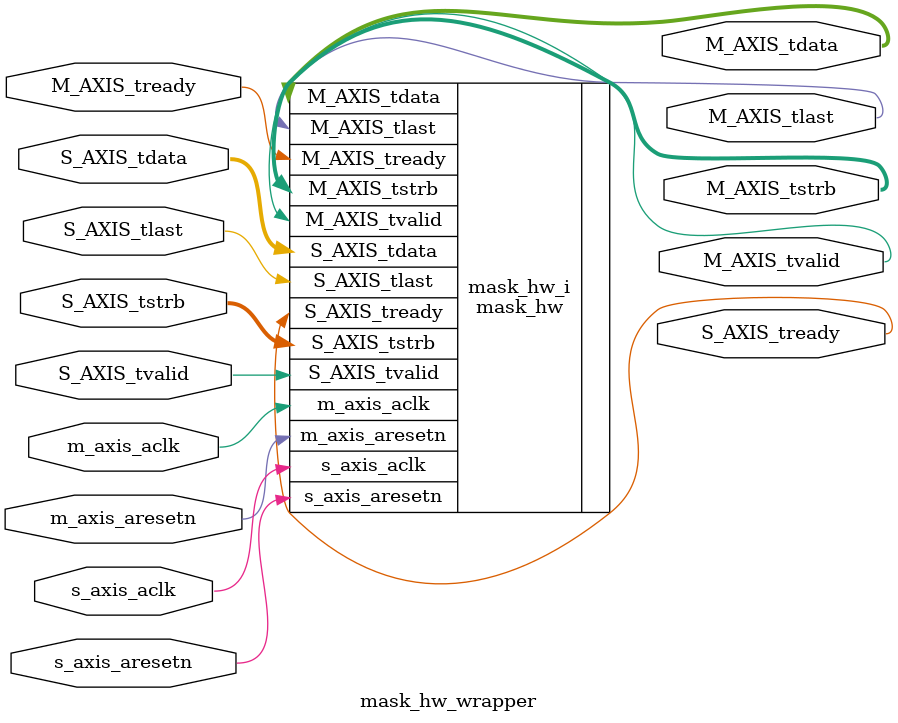
<source format=v>
`timescale 1 ps / 1 ps

module mask_hw_wrapper
   (M_AXIS_tdata,
    M_AXIS_tlast,
    M_AXIS_tready,
    M_AXIS_tstrb,
    M_AXIS_tvalid,
    S_AXIS_tdata,
    S_AXIS_tlast,
    S_AXIS_tready,
    S_AXIS_tstrb,
    S_AXIS_tvalid,
    m_axis_aclk,
    m_axis_aresetn,
    s_axis_aclk,
    s_axis_aresetn);
  output [31:0]M_AXIS_tdata;
  output M_AXIS_tlast;
  input M_AXIS_tready;
  output [3:0]M_AXIS_tstrb;
  output M_AXIS_tvalid;
  input [31:0]S_AXIS_tdata;
  input S_AXIS_tlast;
  output S_AXIS_tready;
  input [3:0]S_AXIS_tstrb;
  input S_AXIS_tvalid;
  input m_axis_aclk;
  input m_axis_aresetn;
  input s_axis_aclk;
  input s_axis_aresetn;

  wire [31:0]M_AXIS_tdata;
  wire M_AXIS_tlast;
  wire M_AXIS_tready;
  wire [3:0]M_AXIS_tstrb;
  wire M_AXIS_tvalid;
  wire [31:0]S_AXIS_tdata;
  wire S_AXIS_tlast;
  wire S_AXIS_tready;
  wire [3:0]S_AXIS_tstrb;
  wire S_AXIS_tvalid;
  wire m_axis_aclk;
  wire m_axis_aresetn;
  wire s_axis_aclk;
  wire s_axis_aresetn;

  mask_hw mask_hw_i
       (.M_AXIS_tdata(M_AXIS_tdata),
        .M_AXIS_tlast(M_AXIS_tlast),
        .M_AXIS_tready(M_AXIS_tready),
        .M_AXIS_tstrb(M_AXIS_tstrb),
        .M_AXIS_tvalid(M_AXIS_tvalid),
        .S_AXIS_tdata(S_AXIS_tdata),
        .S_AXIS_tlast(S_AXIS_tlast),
        .S_AXIS_tready(S_AXIS_tready),
        .S_AXIS_tstrb(S_AXIS_tstrb),
        .S_AXIS_tvalid(S_AXIS_tvalid),
        .m_axis_aclk(m_axis_aclk),
        .m_axis_aresetn(m_axis_aresetn),
        .s_axis_aclk(s_axis_aclk),
        .s_axis_aresetn(s_axis_aresetn));
endmodule

</source>
